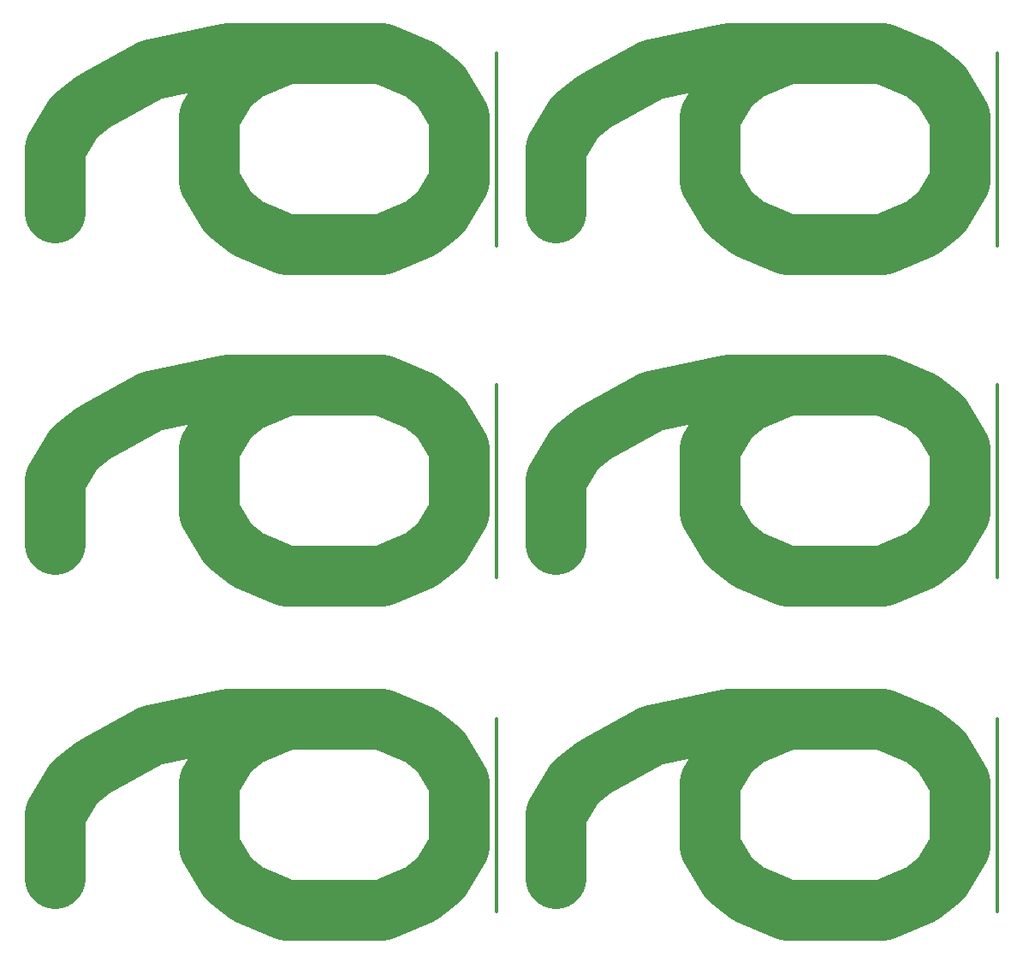
<source format=gbr>
G04 #@! TF.GenerationSoftware,KiCad,Pcbnew,5.0.1*
G04 #@! TF.CreationDate,2019-03-04T22:12:38+01:00*
G04 #@! TF.ProjectId,wasserschaden_smd,7761737365727363686164656E5F736D,rev?*
G04 #@! TF.SameCoordinates,Original*
G04 #@! TF.FileFunction,Legend,Bot*
G04 #@! TF.FilePolarity,Positive*
%FSLAX46Y46*%
G04 Gerber Fmt 4.6, Leading zero omitted, Abs format (unit mm)*
G04 Created by KiCad (PCBNEW 5.0.1) date Mo 04 Mär 2019 22:12:38 CET*
%MOMM*%
%LPD*%
G01*
G04 APERTURE LIST*
%ADD10C,6.000000*%
%ADD11C,0.300000*%
G04 APERTURE END LIST*
D10*
X122875238Y-127316714D02*
X122875238Y-121031000D01*
X124780000Y-117888142D01*
X126684761Y-116316714D01*
X132399047Y-113173857D01*
X140018095Y-111602428D01*
X155256190Y-111602428D01*
X159065714Y-113173857D01*
X160970476Y-114745285D01*
X162875238Y-117888142D01*
X162875238Y-124173857D01*
X160970476Y-127316714D01*
X159065714Y-128888142D01*
X155256190Y-130459571D01*
X145732380Y-130459571D01*
X141922857Y-128888142D01*
X140018095Y-127316714D01*
X138113333Y-124173857D01*
X138113333Y-117888142D01*
X140018095Y-114745285D01*
X141922857Y-113173857D01*
X145732380Y-111602428D01*
D11*
X166607714Y-130681809D02*
X166607714Y-111634190D01*
X216137714Y-130681809D02*
X216137714Y-111634190D01*
D10*
X172405238Y-127316714D02*
X172405238Y-121031000D01*
X174310000Y-117888142D01*
X176214761Y-116316714D01*
X181929047Y-113173857D01*
X189548095Y-111602428D01*
X204786190Y-111602428D01*
X208595714Y-113173857D01*
X210500476Y-114745285D01*
X212405238Y-117888142D01*
X212405238Y-124173857D01*
X210500476Y-127316714D01*
X208595714Y-128888142D01*
X204786190Y-130459571D01*
X195262380Y-130459571D01*
X191452857Y-128888142D01*
X189548095Y-127316714D01*
X187643333Y-124173857D01*
X187643333Y-117888142D01*
X189548095Y-114745285D01*
X191452857Y-113173857D01*
X195262380Y-111602428D01*
X122875238Y-94296714D02*
X122875238Y-88011000D01*
X124780000Y-84868142D01*
X126684761Y-83296714D01*
X132399047Y-80153857D01*
X140018095Y-78582428D01*
X155256190Y-78582428D01*
X159065714Y-80153857D01*
X160970476Y-81725285D01*
X162875238Y-84868142D01*
X162875238Y-91153857D01*
X160970476Y-94296714D01*
X159065714Y-95868142D01*
X155256190Y-97439571D01*
X145732380Y-97439571D01*
X141922857Y-95868142D01*
X140018095Y-94296714D01*
X138113333Y-91153857D01*
X138113333Y-84868142D01*
X140018095Y-81725285D01*
X141922857Y-80153857D01*
X145732380Y-78582428D01*
D11*
X216137714Y-97661809D02*
X216137714Y-78614190D01*
X166607714Y-97661809D02*
X166607714Y-78614190D01*
D10*
X172405238Y-94296714D02*
X172405238Y-88011000D01*
X174310000Y-84868142D01*
X176214761Y-83296714D01*
X181929047Y-80153857D01*
X189548095Y-78582428D01*
X204786190Y-78582428D01*
X208595714Y-80153857D01*
X210500476Y-81725285D01*
X212405238Y-84868142D01*
X212405238Y-91153857D01*
X210500476Y-94296714D01*
X208595714Y-95868142D01*
X204786190Y-97439571D01*
X195262380Y-97439571D01*
X191452857Y-95868142D01*
X189548095Y-94296714D01*
X187643333Y-91153857D01*
X187643333Y-84868142D01*
X189548095Y-81725285D01*
X191452857Y-80153857D01*
X195262380Y-78582428D01*
X172405238Y-61530714D02*
X172405238Y-55245000D01*
X174310000Y-52102142D01*
X176214761Y-50530714D01*
X181929047Y-47387857D01*
X189548095Y-45816428D01*
X204786190Y-45816428D01*
X208595714Y-47387857D01*
X210500476Y-48959285D01*
X212405238Y-52102142D01*
X212405238Y-58387857D01*
X210500476Y-61530714D01*
X208595714Y-63102142D01*
X204786190Y-64673571D01*
X195262380Y-64673571D01*
X191452857Y-63102142D01*
X189548095Y-61530714D01*
X187643333Y-58387857D01*
X187643333Y-52102142D01*
X189548095Y-48959285D01*
X191452857Y-47387857D01*
X195262380Y-45816428D01*
D11*
X216137714Y-64895809D02*
X216137714Y-45848190D01*
X166607714Y-64895809D02*
X166607714Y-45848190D01*
D10*
X122875238Y-61530714D02*
X122875238Y-55245000D01*
X124780000Y-52102142D01*
X126684761Y-50530714D01*
X132399047Y-47387857D01*
X140018095Y-45816428D01*
X155256190Y-45816428D01*
X159065714Y-47387857D01*
X160970476Y-48959285D01*
X162875238Y-52102142D01*
X162875238Y-58387857D01*
X160970476Y-61530714D01*
X159065714Y-63102142D01*
X155256190Y-64673571D01*
X145732380Y-64673571D01*
X141922857Y-63102142D01*
X140018095Y-61530714D01*
X138113333Y-58387857D01*
X138113333Y-52102142D01*
X140018095Y-48959285D01*
X141922857Y-47387857D01*
X145732380Y-45816428D01*
M02*

</source>
